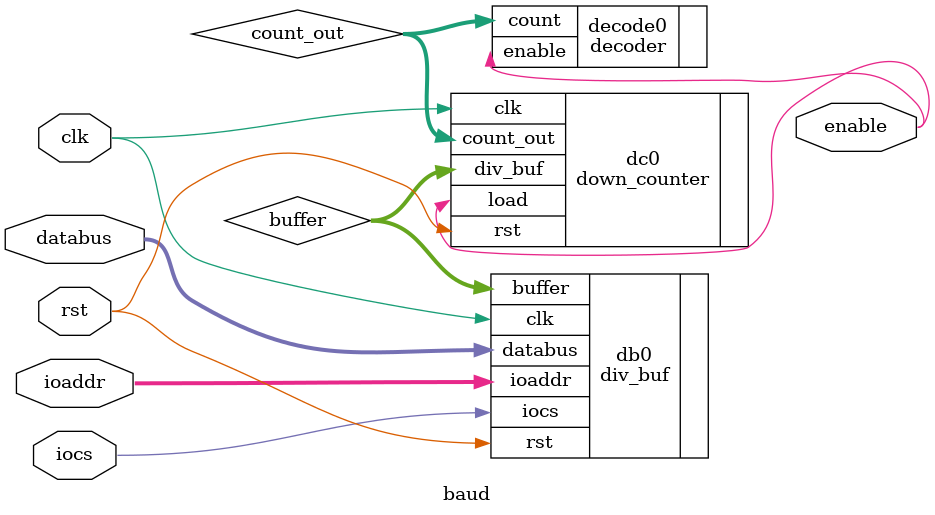
<source format=v>
`default_nettype none

module baud (input wire [7:0] databus, input wire [1:0] ioaddr,
	     input wire clk, rst, iocs,
	     output wire enable);

	wire [15:0] buffer, count_out;

	div_buf db0 (.databus(databus), .ioaddr(ioaddr),
	        .clk(clk), .rst(rst), .iocs(iocs),
                .buffer(buffer));

	down_counter dc0(.clk(clk), .rst(rst), .load(enable),
		     .div_buf(buffer),
		     .count_out(count_out));
	
	decoder decode0 (.count(count_out), .enable(enable));

endmodule

</source>
